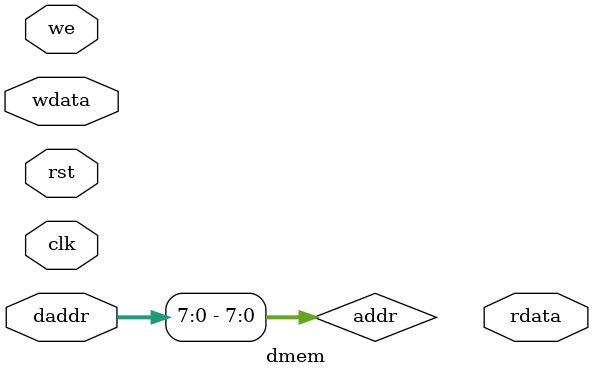
<source format=v>
`timescale 1ns / 1ps

module dmem(input clk,
            input rst,
            input we,
            input[31:0] daddr,
            input[31:0] wdata,
            output[31:0] rdata);
    
    reg[7:0] mem[255:0];
    
    wire[7:0] addr;
    assign addr  = daddr[7:0];
    assign idata = {mem[addr+3],mem[addr+2],mem[addr+1],mem[addr]};
    
    always @(posedge clk)begin
        if (we)begin
            mem[addr] <= wdata[7:0];
            mem[addr+1] <= wdata[15:8];
            mem[addr+2] <= wdata[23:16];
            mem[addr+3] <= wdata[31:24];
        end
    end
    // initial begin
        // $readmemb("",mem);
    // end
    
    
endmodule

</source>
